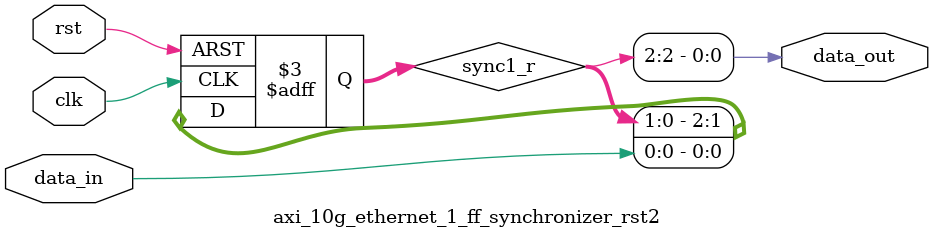
<source format=v>

`timescale 1ns / 1ps

module axi_10g_ethernet_1_ff_synchronizer_rst2 #(
  parameter   C_NUM_SYNC_REGS = 3,
  parameter   C_RVAL = 1'b0
  )
  (
    input   wire  clk,
    input   wire  rst,
    input   wire  data_in,
    output  wire  data_out
  );

(* shreg_extract = "no", ASYNC_REG = "TRUE" *) reg  [C_NUM_SYNC_REGS-1:0]    sync1_r = {C_NUM_SYNC_REGS{C_RVAL}};

  //----------------------------------------------------------------------------
  // Synchronizer
  //----------------------------------------------------------------------------
  always @(posedge clk or posedge rst) begin
    if(rst)
      sync1_r <= {C_NUM_SYNC_REGS{C_RVAL}};
    else
      sync1_r <= {sync1_r[C_NUM_SYNC_REGS-2:0], data_in};
  end

  assign data_out = sync1_r[C_NUM_SYNC_REGS-1];
endmodule

</source>
